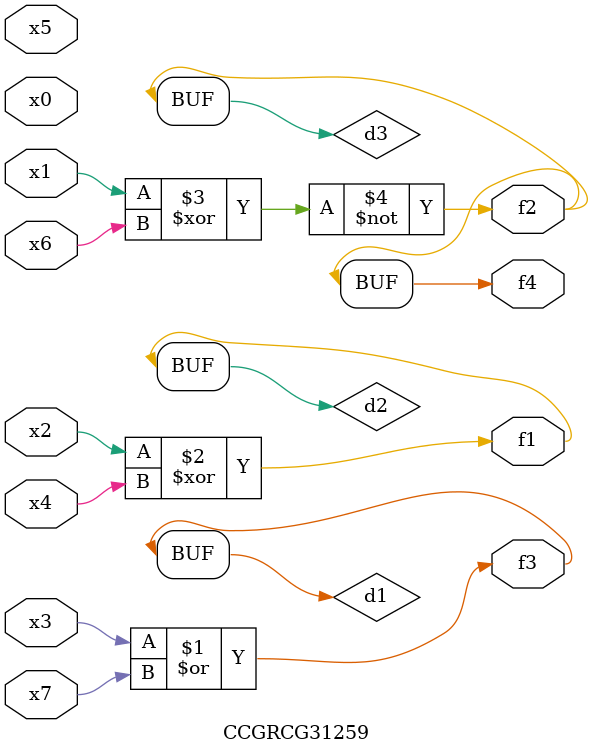
<source format=v>
module CCGRCG31259(
	input x0, x1, x2, x3, x4, x5, x6, x7,
	output f1, f2, f3, f4
);

	wire d1, d2, d3;

	or (d1, x3, x7);
	xor (d2, x2, x4);
	xnor (d3, x1, x6);
	assign f1 = d2;
	assign f2 = d3;
	assign f3 = d1;
	assign f4 = d3;
endmodule

</source>
